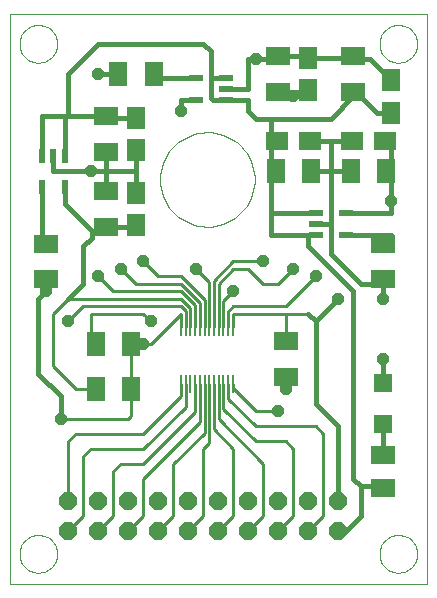
<source format=gtl>
G75*
G70*
%OFA0B0*%
%FSLAX24Y24*%
%IPPOS*%
%LPD*%
%AMOC8*
5,1,8,0,0,1.08239X$1,22.5*
%
%ADD10C,0.0000*%
%ADD11R,0.0091X0.0630*%
%ADD12OC8,0.0600*%
%ADD13R,0.0217X0.0472*%
%ADD14R,0.0787X0.0591*%
%ADD15R,0.0591X0.0768*%
%ADD16R,0.0472X0.0217*%
%ADD17R,0.0591X0.0787*%
%ADD18R,0.0768X0.0591*%
%ADD19R,0.0591X0.0591*%
%ADD20R,0.0787X0.0630*%
%ADD21C,0.0160*%
%ADD22C,0.0090*%
%ADD23OC8,0.0396*%
D10*
X003849Y000762D02*
X003849Y019758D01*
X017719Y019758D01*
X017719Y000762D01*
X003849Y000762D01*
X004154Y001760D02*
X004157Y001817D01*
X004164Y001874D01*
X004177Y001930D01*
X004195Y001984D01*
X004218Y002037D01*
X004246Y002087D01*
X004278Y002135D01*
X004314Y002179D01*
X004354Y002220D01*
X004398Y002258D01*
X004444Y002291D01*
X004494Y002319D01*
X004546Y002343D01*
X004600Y002363D01*
X004656Y002377D01*
X004712Y002386D01*
X004770Y002390D01*
X004827Y002389D01*
X004884Y002382D01*
X004940Y002370D01*
X004995Y002354D01*
X005048Y002332D01*
X005099Y002306D01*
X005147Y002275D01*
X005193Y002240D01*
X005235Y002200D01*
X005273Y002158D01*
X005307Y002111D01*
X005337Y002062D01*
X005362Y002011D01*
X005382Y001957D01*
X005398Y001902D01*
X005408Y001846D01*
X005413Y001789D01*
X005413Y001731D01*
X005408Y001674D01*
X005398Y001618D01*
X005382Y001563D01*
X005362Y001509D01*
X005337Y001458D01*
X005307Y001409D01*
X005273Y001362D01*
X005235Y001320D01*
X005193Y001280D01*
X005147Y001245D01*
X005099Y001214D01*
X005048Y001188D01*
X004995Y001166D01*
X004940Y001150D01*
X004884Y001138D01*
X004827Y001131D01*
X004770Y001130D01*
X004712Y001134D01*
X004656Y001143D01*
X004600Y001157D01*
X004546Y001177D01*
X004494Y001201D01*
X004444Y001229D01*
X004398Y001262D01*
X004354Y001300D01*
X004314Y001341D01*
X004278Y001385D01*
X004246Y001433D01*
X004218Y001483D01*
X004195Y001536D01*
X004177Y001590D01*
X004164Y001646D01*
X004157Y001703D01*
X004154Y001760D01*
X008841Y014238D02*
X008848Y014381D01*
X008867Y014523D01*
X008899Y014663D01*
X008944Y014799D01*
X009001Y014931D01*
X009070Y015056D01*
X009150Y015175D01*
X009241Y015287D01*
X009341Y015389D01*
X009450Y015482D01*
X009567Y015565D01*
X009691Y015636D01*
X009822Y015697D01*
X009957Y015745D01*
X010096Y015780D01*
X010237Y015803D01*
X010380Y015813D01*
X010523Y015809D01*
X010666Y015793D01*
X010806Y015764D01*
X010943Y015722D01*
X011076Y015668D01*
X011203Y015602D01*
X011324Y015525D01*
X011438Y015437D01*
X011542Y015339D01*
X011638Y015232D01*
X011723Y015117D01*
X011798Y014994D01*
X011861Y014865D01*
X011912Y014732D01*
X011950Y014593D01*
X011976Y014452D01*
X011989Y014310D01*
X011989Y014166D01*
X011976Y014024D01*
X011950Y013883D01*
X011912Y013744D01*
X011861Y013611D01*
X011798Y013482D01*
X011723Y013359D01*
X011638Y013244D01*
X011542Y013137D01*
X011438Y013039D01*
X011324Y012951D01*
X011204Y012874D01*
X011076Y012808D01*
X010943Y012754D01*
X010806Y012712D01*
X010666Y012683D01*
X010523Y012667D01*
X010380Y012663D01*
X010237Y012673D01*
X010096Y012696D01*
X009957Y012731D01*
X009822Y012779D01*
X009691Y012840D01*
X009567Y012911D01*
X009450Y012994D01*
X009341Y013087D01*
X009241Y013189D01*
X009150Y013301D01*
X009070Y013420D01*
X009001Y013545D01*
X008944Y013677D01*
X008899Y013813D01*
X008867Y013953D01*
X008848Y014095D01*
X008841Y014238D01*
X004154Y018760D02*
X004157Y018817D01*
X004164Y018874D01*
X004177Y018930D01*
X004195Y018984D01*
X004218Y019037D01*
X004246Y019087D01*
X004278Y019135D01*
X004314Y019179D01*
X004354Y019220D01*
X004398Y019258D01*
X004444Y019291D01*
X004494Y019319D01*
X004546Y019343D01*
X004600Y019363D01*
X004656Y019377D01*
X004712Y019386D01*
X004770Y019390D01*
X004827Y019389D01*
X004884Y019382D01*
X004940Y019370D01*
X004995Y019354D01*
X005048Y019332D01*
X005099Y019306D01*
X005147Y019275D01*
X005193Y019240D01*
X005235Y019200D01*
X005273Y019158D01*
X005307Y019111D01*
X005337Y019062D01*
X005362Y019011D01*
X005382Y018957D01*
X005398Y018902D01*
X005408Y018846D01*
X005413Y018789D01*
X005413Y018731D01*
X005408Y018674D01*
X005398Y018618D01*
X005382Y018563D01*
X005362Y018509D01*
X005337Y018458D01*
X005307Y018409D01*
X005273Y018362D01*
X005235Y018320D01*
X005193Y018280D01*
X005147Y018245D01*
X005099Y018214D01*
X005048Y018188D01*
X004995Y018166D01*
X004940Y018150D01*
X004884Y018138D01*
X004827Y018131D01*
X004770Y018130D01*
X004712Y018134D01*
X004656Y018143D01*
X004600Y018157D01*
X004546Y018177D01*
X004494Y018201D01*
X004444Y018229D01*
X004398Y018262D01*
X004354Y018300D01*
X004314Y018341D01*
X004278Y018385D01*
X004246Y018433D01*
X004218Y018483D01*
X004195Y018536D01*
X004177Y018590D01*
X004164Y018646D01*
X004157Y018703D01*
X004154Y018760D01*
X016154Y018760D02*
X016157Y018817D01*
X016164Y018874D01*
X016177Y018930D01*
X016195Y018984D01*
X016218Y019037D01*
X016246Y019087D01*
X016278Y019135D01*
X016314Y019179D01*
X016354Y019220D01*
X016398Y019258D01*
X016444Y019291D01*
X016494Y019319D01*
X016546Y019343D01*
X016600Y019363D01*
X016656Y019377D01*
X016712Y019386D01*
X016770Y019390D01*
X016827Y019389D01*
X016884Y019382D01*
X016940Y019370D01*
X016995Y019354D01*
X017048Y019332D01*
X017099Y019306D01*
X017147Y019275D01*
X017193Y019240D01*
X017235Y019200D01*
X017273Y019158D01*
X017307Y019111D01*
X017337Y019062D01*
X017362Y019011D01*
X017382Y018957D01*
X017398Y018902D01*
X017408Y018846D01*
X017413Y018789D01*
X017413Y018731D01*
X017408Y018674D01*
X017398Y018618D01*
X017382Y018563D01*
X017362Y018509D01*
X017337Y018458D01*
X017307Y018409D01*
X017273Y018362D01*
X017235Y018320D01*
X017193Y018280D01*
X017147Y018245D01*
X017099Y018214D01*
X017048Y018188D01*
X016995Y018166D01*
X016940Y018150D01*
X016884Y018138D01*
X016827Y018131D01*
X016770Y018130D01*
X016712Y018134D01*
X016656Y018143D01*
X016600Y018157D01*
X016546Y018177D01*
X016494Y018201D01*
X016444Y018229D01*
X016398Y018262D01*
X016354Y018300D01*
X016314Y018341D01*
X016278Y018385D01*
X016246Y018433D01*
X016218Y018483D01*
X016195Y018536D01*
X016177Y018590D01*
X016164Y018646D01*
X016157Y018703D01*
X016154Y018760D01*
X016154Y001760D02*
X016157Y001817D01*
X016164Y001874D01*
X016177Y001930D01*
X016195Y001984D01*
X016218Y002037D01*
X016246Y002087D01*
X016278Y002135D01*
X016314Y002179D01*
X016354Y002220D01*
X016398Y002258D01*
X016444Y002291D01*
X016494Y002319D01*
X016546Y002343D01*
X016600Y002363D01*
X016656Y002377D01*
X016712Y002386D01*
X016770Y002390D01*
X016827Y002389D01*
X016884Y002382D01*
X016940Y002370D01*
X016995Y002354D01*
X017048Y002332D01*
X017099Y002306D01*
X017147Y002275D01*
X017193Y002240D01*
X017235Y002200D01*
X017273Y002158D01*
X017307Y002111D01*
X017337Y002062D01*
X017362Y002011D01*
X017382Y001957D01*
X017398Y001902D01*
X017408Y001846D01*
X017413Y001789D01*
X017413Y001731D01*
X017408Y001674D01*
X017398Y001618D01*
X017382Y001563D01*
X017362Y001509D01*
X017337Y001458D01*
X017307Y001409D01*
X017273Y001362D01*
X017235Y001320D01*
X017193Y001280D01*
X017147Y001245D01*
X017099Y001214D01*
X017048Y001188D01*
X016995Y001166D01*
X016940Y001150D01*
X016884Y001138D01*
X016827Y001131D01*
X016770Y001130D01*
X016712Y001134D01*
X016656Y001143D01*
X016600Y001157D01*
X016546Y001177D01*
X016494Y001201D01*
X016444Y001229D01*
X016398Y001262D01*
X016354Y001300D01*
X016314Y001341D01*
X016278Y001385D01*
X016246Y001433D01*
X016218Y001483D01*
X016195Y001536D01*
X016177Y001590D01*
X016164Y001646D01*
X016157Y001703D01*
X016154Y001760D01*
D11*
X011266Y007435D03*
X011109Y007435D03*
X010951Y007435D03*
X010794Y007435D03*
X010636Y007435D03*
X010479Y007435D03*
X010321Y007435D03*
X010164Y007435D03*
X010006Y007435D03*
X009849Y007435D03*
X009691Y007435D03*
X009534Y007435D03*
X009534Y009325D03*
X009691Y009325D03*
X009849Y009325D03*
X010006Y009325D03*
X010164Y009325D03*
X010321Y009325D03*
X010479Y009325D03*
X010636Y009325D03*
X010794Y009325D03*
X010951Y009325D03*
X011109Y009325D03*
X011266Y009325D03*
D12*
X010784Y003510D03*
X010784Y002510D03*
X009784Y002510D03*
X009784Y003510D03*
X008784Y003510D03*
X008784Y002510D03*
X007784Y002510D03*
X007784Y003510D03*
X006784Y003510D03*
X006784Y002510D03*
X005784Y002510D03*
X005784Y003510D03*
X011784Y003510D03*
X011784Y002510D03*
X012784Y002510D03*
X012784Y003510D03*
X013784Y003510D03*
X013784Y002510D03*
X014784Y002510D03*
X014784Y003510D03*
D13*
X005658Y013998D03*
X004910Y013998D03*
X004910Y015022D03*
X005284Y015022D03*
X005658Y015022D03*
D14*
X007034Y015169D03*
X007034Y016350D03*
X007034Y013850D03*
X007034Y012669D03*
X005034Y012100D03*
X005034Y010919D03*
X012784Y017169D03*
X012784Y018350D03*
X015284Y018350D03*
X015284Y017169D03*
X016284Y012100D03*
X016284Y010919D03*
X013034Y008850D03*
X013034Y007669D03*
D15*
X008034Y012718D03*
X008034Y013801D03*
X008034Y015218D03*
X008034Y016301D03*
X013784Y017218D03*
X013784Y018301D03*
X016534Y017551D03*
X016534Y016468D03*
D16*
X015046Y013134D03*
X015046Y012386D03*
X014022Y012386D03*
X014022Y012760D03*
X014022Y013134D03*
X011046Y016886D03*
X011046Y017260D03*
X011046Y017634D03*
X010022Y017634D03*
X010022Y016886D03*
D17*
X008624Y017760D03*
X007443Y017760D03*
X012693Y014510D03*
X013874Y014510D03*
X015193Y014510D03*
X016374Y014510D03*
X007874Y008760D03*
X006693Y008760D03*
X006693Y007260D03*
X007874Y007260D03*
D18*
X012742Y015510D03*
X013825Y015510D03*
X015242Y015510D03*
X016325Y015510D03*
D19*
X016284Y007449D03*
X016284Y006071D03*
D20*
X016284Y005061D03*
X016284Y003959D03*
D21*
X016284Y003760D01*
X016034Y004010D01*
X015534Y004010D01*
X015284Y004260D01*
X015284Y010510D01*
X013784Y012010D01*
X013784Y012386D01*
X014022Y012386D01*
X013784Y012386D02*
X012534Y012386D01*
X012534Y012760D01*
X012534Y014510D01*
X012534Y015510D01*
X012534Y016260D01*
X014534Y016260D01*
X015284Y017010D01*
X015284Y017169D01*
X015284Y017260D01*
X016075Y016468D01*
X016534Y016468D01*
X016534Y017551D02*
X015825Y018260D01*
X015284Y018260D01*
X015284Y018350D01*
X015242Y018301D02*
X015284Y018260D01*
X015242Y018301D02*
X013784Y018301D01*
X013784Y018260D01*
X013693Y018350D01*
X012784Y018350D01*
X012784Y018260D01*
X012034Y018260D01*
X011784Y018260D01*
X011784Y017260D01*
X011046Y017260D01*
X011046Y017634D02*
X010658Y017634D01*
X010636Y017632D01*
X010616Y017627D01*
X010596Y017617D01*
X010578Y017605D01*
X010563Y017590D01*
X010551Y017572D01*
X010541Y017552D01*
X010536Y017532D01*
X010534Y017510D01*
X010534Y017010D01*
X010534Y018510D01*
X010284Y018760D01*
X006784Y018760D01*
X005784Y017760D01*
X005784Y016350D01*
X007034Y016350D01*
X007034Y016301D01*
X007034Y016260D01*
X007034Y016301D02*
X008034Y016301D01*
X008034Y015218D02*
X008034Y014510D01*
X007034Y014510D01*
X007034Y013850D01*
X007034Y013760D01*
X007034Y014510D02*
X006534Y014510D01*
X005284Y014510D01*
X005284Y015022D01*
X005658Y015022D02*
X005664Y015022D01*
X005664Y016340D01*
X005664Y016350D01*
X005664Y016340D01*
X005664Y016350D02*
X004904Y016350D01*
X004904Y015022D01*
X004910Y015022D01*
X005664Y015022D02*
X005664Y015020D01*
X005664Y013998D02*
X005664Y013410D01*
X006564Y012510D01*
X006564Y012290D01*
X006284Y012010D01*
X006284Y010760D01*
X005784Y010260D01*
X005034Y010510D02*
X004784Y010260D01*
X004784Y007760D01*
X005534Y007010D01*
X005534Y006260D01*
X005034Y010510D02*
X005034Y010919D01*
X005034Y012010D02*
X004910Y012010D01*
X004910Y013998D01*
X005658Y013998D02*
X005664Y013998D01*
X006564Y012510D02*
X007284Y012510D01*
X007284Y012669D01*
X008054Y012669D01*
X008054Y012660D01*
X008054Y012669D02*
X008054Y012718D01*
X008034Y012718D01*
X007284Y012669D02*
X007034Y012669D01*
X007124Y012669D01*
X007124Y012640D01*
X008034Y013760D02*
X008034Y013801D01*
X008034Y014510D01*
X007034Y014510D02*
X007034Y015169D01*
X005784Y016350D02*
X005664Y016350D01*
X006784Y017760D02*
X007443Y017760D01*
X008534Y017760D02*
X008534Y017634D01*
X010022Y017634D01*
X010022Y016886D02*
X009534Y016886D01*
X009534Y016510D01*
X008624Y017760D02*
X008534Y017760D01*
X010534Y017010D02*
X010536Y016988D01*
X010541Y016968D01*
X010551Y016948D01*
X010563Y016930D01*
X010578Y016915D01*
X010596Y016903D01*
X010616Y016893D01*
X010636Y016888D01*
X010658Y016886D01*
X011046Y016886D01*
X011784Y016886D01*
X011784Y016510D01*
X012034Y016260D01*
X012534Y016260D01*
X012784Y017010D02*
X012784Y017260D01*
X012784Y017169D02*
X013284Y017169D01*
X013284Y017010D01*
X013284Y017169D02*
X013784Y017169D01*
X013784Y017010D01*
X013784Y017169D02*
X013784Y017218D01*
X013784Y017260D01*
X013784Y017218D02*
X013742Y017218D01*
X012874Y017169D02*
X012784Y017169D01*
X012742Y015510D02*
X012784Y015510D01*
X012742Y015510D02*
X012534Y015510D01*
X012534Y014510D02*
X012693Y014510D01*
X013784Y014510D02*
X013874Y014510D01*
X014534Y014510D01*
X015193Y014510D01*
X014534Y014510D02*
X014534Y015510D01*
X015242Y015510D01*
X014534Y015510D02*
X013825Y015510D01*
X014534Y014510D02*
X014534Y012760D01*
X014534Y011760D01*
X015034Y011260D01*
X015534Y010760D01*
X016284Y010760D01*
X016284Y010260D01*
X016284Y010760D02*
X016534Y010760D01*
X016284Y010919D01*
X016534Y012010D02*
X016284Y012100D01*
X016534Y012386D01*
X015046Y012386D01*
X014534Y012760D02*
X014022Y012760D01*
X014022Y013134D02*
X012534Y013134D01*
X012534Y012760D01*
X013784Y009760D02*
X014034Y009510D01*
X014784Y010260D01*
X014034Y009510D02*
X014034Y006760D01*
X014784Y006010D01*
X014784Y003510D01*
X015534Y003010D02*
X015534Y004010D01*
X015534Y003010D02*
X015034Y002510D01*
X014784Y002510D01*
X016284Y005061D02*
X016284Y006071D01*
X016284Y007449D02*
X016284Y008260D01*
X016534Y013134D02*
X015046Y013134D01*
X016374Y014510D02*
X016534Y014510D01*
X016534Y015510D01*
X016325Y015510D01*
X016284Y015510D01*
X016534Y014510D02*
X016534Y013510D01*
X016534Y013134D01*
X005034Y012100D02*
X005034Y012010D01*
D22*
X005784Y010260D02*
X005284Y009760D01*
X005284Y008010D01*
X006034Y007260D01*
X006693Y007260D01*
X006784Y007260D01*
X007784Y007260D02*
X007874Y007350D01*
X007874Y008760D01*
X008284Y008760D01*
X008534Y008760D01*
X009534Y009760D01*
X009534Y009325D01*
X009691Y009325D02*
X009691Y009852D01*
X009534Y010010D01*
X006284Y010010D01*
X005784Y009510D01*
X005784Y010260D02*
X009534Y010260D01*
X009849Y009945D01*
X009849Y009325D01*
X010006Y009325D02*
X010006Y010037D01*
X009534Y010510D01*
X007284Y010510D01*
X006784Y011010D01*
X007534Y011260D02*
X008034Y010760D01*
X009534Y010760D01*
X010164Y010130D01*
X010164Y009325D01*
X010321Y009325D02*
X010321Y010222D01*
X009534Y011010D01*
X008784Y011010D01*
X008284Y011510D01*
X008284Y009760D02*
X006534Y009760D01*
X006534Y008760D01*
X006693Y008760D01*
X007784Y008760D02*
X007874Y008760D01*
X008534Y009510D02*
X008284Y009760D01*
X010034Y011260D02*
X010479Y010815D01*
X010479Y009325D01*
X010636Y009325D02*
X010636Y010862D01*
X011284Y011510D01*
X012284Y011510D01*
X011784Y011260D02*
X012284Y010760D01*
X012784Y010760D01*
X013284Y011260D01*
X014034Y011010D02*
X013034Y010010D01*
X011284Y010010D01*
X011109Y009835D01*
X011109Y009325D01*
X011266Y009325D02*
X011266Y009742D01*
X011284Y009760D01*
X013034Y009760D01*
X013034Y008850D01*
X013034Y008760D01*
X013034Y007669D02*
X013034Y007260D01*
X012784Y006510D02*
X012034Y006510D01*
X011266Y007277D01*
X011266Y007435D01*
X011109Y007435D02*
X011109Y006935D01*
X012034Y006010D01*
X014034Y006010D01*
X014284Y005760D01*
X014284Y003010D01*
X013784Y002510D01*
X013284Y003010D02*
X012784Y002510D01*
X012284Y003010D02*
X011784Y002510D01*
X012284Y003010D02*
X012284Y004760D01*
X010794Y006250D01*
X010794Y007435D01*
X010951Y007435D02*
X010951Y006592D01*
X012034Y005510D01*
X013034Y005510D01*
X013284Y005260D01*
X013284Y003010D01*
X011284Y003010D02*
X010784Y002510D01*
X010284Y003010D02*
X009784Y002510D01*
X010284Y003010D02*
X010284Y005260D01*
X010479Y005455D01*
X010479Y007435D01*
X010636Y007435D02*
X010636Y005907D01*
X011284Y005260D01*
X011284Y003010D01*
X009284Y003010D02*
X008784Y002510D01*
X009284Y003010D02*
X009284Y004760D01*
X010321Y005797D01*
X010321Y007435D01*
X010164Y007435D02*
X010164Y006140D01*
X008284Y004260D01*
X008284Y003010D01*
X007784Y002510D01*
X007284Y003010D02*
X006784Y002510D01*
X007284Y003010D02*
X007284Y004510D01*
X007534Y004760D01*
X008284Y004760D01*
X010006Y006482D01*
X010006Y007435D01*
X009691Y007435D02*
X009691Y006667D01*
X008284Y005260D01*
X006534Y005260D01*
X006284Y005010D01*
X006284Y003010D01*
X005784Y002510D01*
X005784Y003510D02*
X005784Y005510D01*
X006034Y005760D01*
X008284Y005760D01*
X009534Y007010D01*
X009534Y007435D01*
X007874Y007260D02*
X007874Y006350D01*
X007784Y006260D01*
X005534Y006260D01*
X007784Y007260D02*
X007874Y007260D01*
X010794Y009325D02*
X010794Y010770D01*
X011284Y011260D01*
X011784Y011260D01*
X011284Y010510D02*
X010951Y010177D01*
X010951Y009325D01*
X013034Y009760D02*
X013784Y009760D01*
D23*
X014034Y011010D03*
X013284Y011260D03*
X012284Y011510D03*
X011284Y010510D03*
X010034Y011260D03*
X008534Y009510D03*
X008284Y008760D03*
X006784Y011010D03*
X007534Y011260D03*
X008284Y011510D03*
X005784Y009510D03*
X005034Y010510D03*
X006534Y014510D03*
X006784Y017760D03*
X009534Y016510D03*
X012034Y018260D03*
X013284Y017010D03*
X016534Y013510D03*
X016284Y010260D03*
X014784Y010260D03*
X016284Y008260D03*
X013034Y007260D03*
X012784Y006510D03*
X005534Y006260D03*
M02*

</source>
